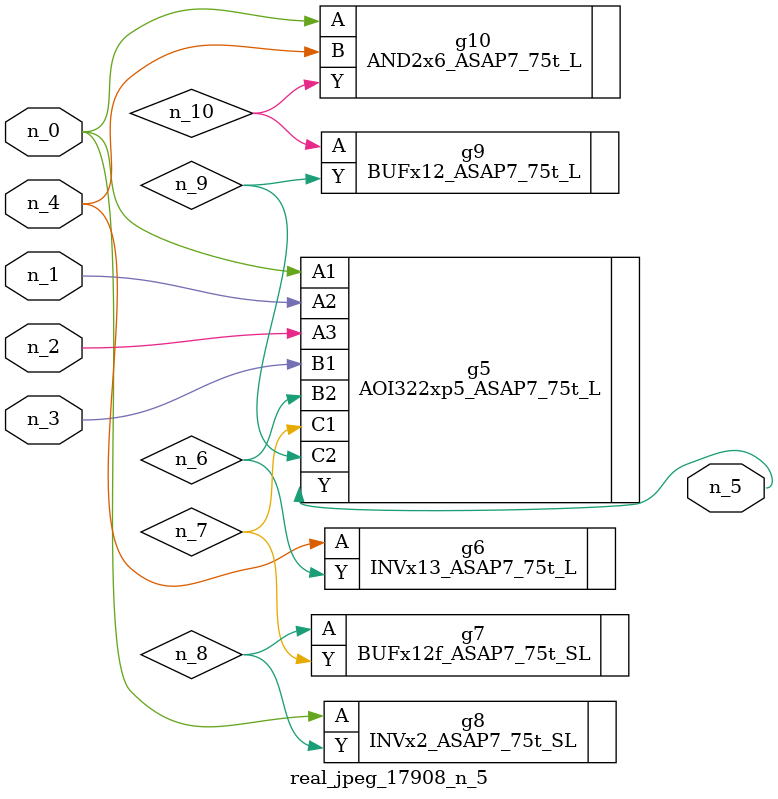
<source format=v>
module real_jpeg_17908_n_5 (n_4, n_0, n_1, n_2, n_3, n_5);

input n_4;
input n_0;
input n_1;
input n_2;
input n_3;

output n_5;

wire n_8;
wire n_6;
wire n_7;
wire n_10;
wire n_9;

AOI322xp5_ASAP7_75t_L g5 ( 
.A1(n_0),
.A2(n_1),
.A3(n_2),
.B1(n_3),
.B2(n_6),
.C1(n_7),
.C2(n_9),
.Y(n_5)
);

INVx2_ASAP7_75t_SL g8 ( 
.A(n_0),
.Y(n_8)
);

AND2x6_ASAP7_75t_L g10 ( 
.A(n_0),
.B(n_4),
.Y(n_10)
);

INVx13_ASAP7_75t_L g6 ( 
.A(n_4),
.Y(n_6)
);

BUFx12f_ASAP7_75t_SL g7 ( 
.A(n_8),
.Y(n_7)
);

BUFx12_ASAP7_75t_L g9 ( 
.A(n_10),
.Y(n_9)
);


endmodule
</source>
